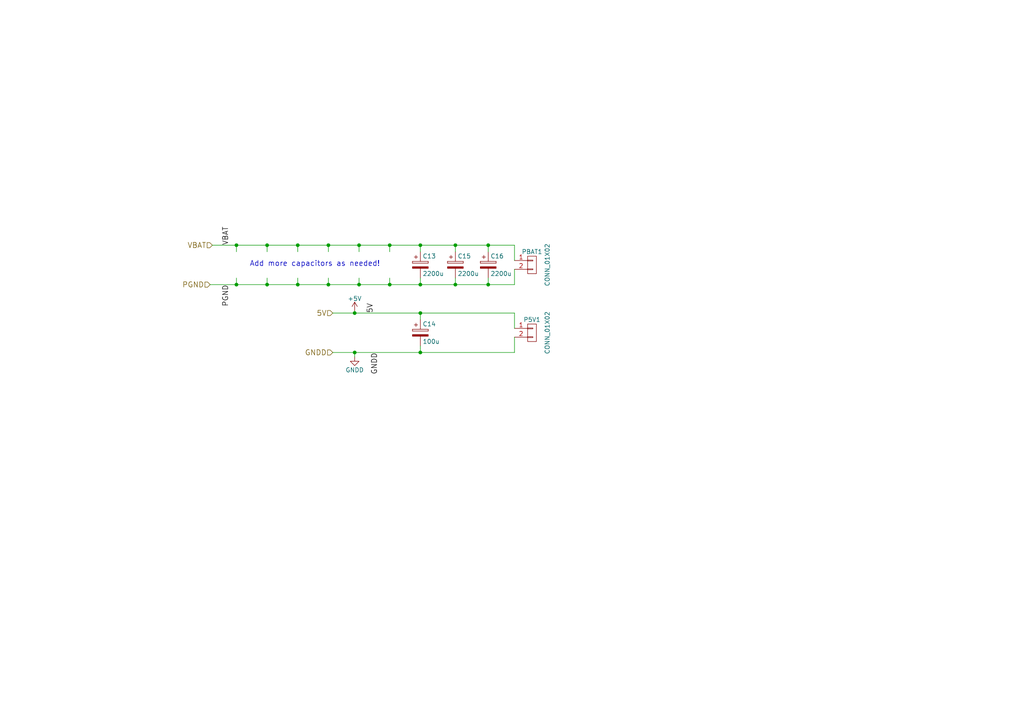
<source format=kicad_sch>
(kicad_sch (version 20230121) (generator eeschema)
  (paper "A4")
  (lib_symbols
    (symbol "VESC_Card_Backplane-rescue:+5V" (power) (pin_names (offset 0))
      (property "Value" "+5V" (at 0 3.556 0))
      (symbol "+5V_0_1"
        (polyline (pts (xy -0.762 1.27) (xy 0 2.54)))
        (polyline (pts (xy 0 0) (xy 0 2.54)))
        (polyline (pts (xy 0 2.54) (xy 0.762 1.27)))
      )
      (symbol "+5V_1_1"
        (pin power_in line (at 0 0 90) (length 0) hide (name "+5V") (number "1"))
      )
    )
    (symbol "VESC_Card_Backplane-rescue:CONN_01X02" (pin_names (offset 1.016) hide)
      (property "Reference" "P" (at 0 3.81 0))
      (property "Value" "CONN_01X02" (at 2.54 0 90))
      (symbol "CONN_01X02_0_1"
        (rectangle (start -1.27 -1.143) (end 0.254 -1.397))
        (rectangle (start -1.27 1.397) (end 0.254 1.143))
        (rectangle (start -1.27 2.54) (end 1.27 -2.54))
      )
      (symbol "CONN_01X02_1_1"
        (pin passive line (at -5.08 1.27 0) (length 3.81) (name "P1") (number "1"))
        (pin passive line (at -5.08 -1.27 0) (length 3.81) (name "P2") (number "2"))
      )
    )
    (symbol "VESC_Card_Backplane-rescue:CP" (pin_numbers hide) (pin_names (offset 0.254))
      (property "Reference" "C" (at 0.635 2.54 0))
      (property "Value" "CP" (at 0.635 -2.54 0))
      (symbol "CP_0_1"
        (rectangle (start -2.286 0.508) (end -2.286 1.016))
        (rectangle (start -2.286 0.508) (end 2.286 0.508))
        (polyline (pts (xy -1.778 2.286) (xy -0.762 2.286)))
        (polyline (pts (xy -1.27 2.794) (xy -1.27 1.778)))
        (rectangle (start 2.286 -0.508) (end -2.286 -1.016) (fill (type outline)))
        (rectangle (start 2.286 1.016) (end -2.286 1.016))
        (rectangle (start 2.286 1.016) (end 2.286 0.508))
      )
      (symbol "CP_1_1"
        (pin passive line (at 0 3.81 270) (length 2.794) (name "~") (number "1"))
        (pin passive line (at 0 -3.81 90) (length 2.794) (name "~") (number "2"))
      )
    )
    (symbol "VESC_Card_Backplane-rescue:GNDD" (power) (pin_names (offset 0))
      (property "Value" "GNDD" (at 0 -3.81 0))
      (symbol "GNDD_0_1"
        (polyline (pts (xy 0 0) (xy 0 -1.27) (xy 1.27 -1.27) (xy 0 -2.54) (xy -1.27 -1.27) (xy 0 -1.27)))
      )
      (symbol "GNDD_1_1"
        (pin power_in line (at 0 0 270) (length 0) hide (name "GNDD") (number "1"))
      )
    )
  )
  (junction (at 121.92 102.235))
  (junction (at 121.92 82.55))
  (junction (at 68.58 71.12))
  (junction (at 141.605 71.12))
  (junction (at 77.47 82.55))
  (junction (at 141.605 82.55))
  (junction (at 104.14 82.55))
  (junction (at 132.08 82.55))
  (junction (at 104.14 71.12))
  (junction (at 77.47 71.12))
  (junction (at 121.92 90.805))
  (junction (at 102.87 102.235))
  (junction (at 121.92 71.12))
  (junction (at 68.58 82.55))
  (junction (at 102.87 90.805))
  (junction (at 86.36 82.55))
  (junction (at 113.03 71.12))
  (junction (at 132.08 71.12))
  (junction (at 95.25 82.55))
  (junction (at 113.03 82.55))
  (junction (at 95.25 71.12))
  (junction (at 86.36 71.12))
  (wire (pts (xy 102.87 102.235) (xy 102.87 103.505)))
  (wire (pts (xy 121.92 90.805) (xy 149.225 90.805)))
  (wire (pts (xy 121.92 82.55) (xy 121.92 80.645)))
  (wire (pts (xy 102.87 90.805) (xy 121.92 90.805)))
  (wire (pts (xy 121.92 90.805) (xy 121.92 92.71)))
  (wire (pts (xy 68.58 73.025) (xy 68.58 71.12)))
  (wire (pts (xy 149.225 82.55) (xy 149.225 78.105)))
  (wire (pts (xy 77.47 73.025) (xy 77.47 71.12)))
  (wire (pts (xy 121.92 102.235) (xy 121.92 100.33)))
  (wire (pts (xy 113.03 80.645) (xy 113.03 82.55)))
  (wire (pts (xy 104.14 73.025) (xy 104.14 71.12)))
  (wire (pts (xy 102.87 90.17) (xy 102.87 90.805)))
  (wire (pts (xy 104.14 82.55) (xy 113.03 82.55)))
  (wire (pts (xy 149.225 102.235) (xy 149.225 97.79)))
  (wire (pts (xy 104.14 71.12) (xy 113.03 71.12)))
  (wire (pts (xy 121.92 71.12) (xy 121.92 73.025)))
  (wire (pts (xy 121.92 82.55) (xy 132.08 82.55)))
  (wire (pts (xy 68.58 71.12) (xy 77.47 71.12)))
  (wire (pts (xy 132.08 82.55) (xy 141.605 82.55)))
  (wire (pts (xy 86.36 73.025) (xy 86.36 71.12)))
  (wire (pts (xy 95.25 82.55) (xy 104.14 82.55)))
  (wire (pts (xy 96.52 90.805) (xy 102.87 90.805)))
  (wire (pts (xy 95.25 80.645) (xy 95.25 82.55)))
  (wire (pts (xy 68.58 82.55) (xy 77.47 82.55)))
  (wire (pts (xy 77.47 82.55) (xy 86.36 82.55)))
  (wire (pts (xy 86.36 71.12) (xy 95.25 71.12)))
  (wire (pts (xy 77.47 71.12) (xy 86.36 71.12)))
  (wire (pts (xy 141.605 71.12) (xy 141.605 73.025)))
  (wire (pts (xy 132.08 71.12) (xy 141.605 71.12)))
  (wire (pts (xy 141.605 80.645) (xy 141.605 82.55)))
  (wire (pts (xy 68.58 80.645) (xy 68.58 82.55)))
  (wire (pts (xy 77.47 80.645) (xy 77.47 82.55)))
  (wire (pts (xy 132.08 80.645) (xy 132.08 82.55)))
  (wire (pts (xy 149.225 71.12) (xy 149.225 75.565)))
  (wire (pts (xy 121.92 71.12) (xy 132.08 71.12)))
  (wire (pts (xy 149.225 90.805) (xy 149.225 95.25)))
  (wire (pts (xy 95.25 71.12) (xy 104.14 71.12)))
  (wire (pts (xy 60.96 82.55) (xy 68.58 82.55)))
  (wire (pts (xy 104.14 80.645) (xy 104.14 82.55)))
  (wire (pts (xy 113.03 71.12) (xy 121.92 71.12)))
  (wire (pts (xy 132.08 73.025) (xy 132.08 71.12)))
  (wire (pts (xy 141.605 71.12) (xy 149.225 71.12)))
  (wire (pts (xy 86.36 82.55) (xy 95.25 82.55)))
  (wire (pts (xy 141.605 82.55) (xy 149.225 82.55)))
  (wire (pts (xy 61.595 71.12) (xy 68.58 71.12)))
  (wire (pts (xy 113.03 82.55) (xy 121.92 82.55)))
  (wire (pts (xy 102.87 102.235) (xy 121.92 102.235)))
  (wire (pts (xy 86.36 80.645) (xy 86.36 82.55)))
  (wire (pts (xy 121.92 102.235) (xy 149.225 102.235)))
  (wire (pts (xy 95.25 73.025) (xy 95.25 71.12)))
  (wire (pts (xy 113.03 73.025) (xy 113.03 71.12)))
  (wire (pts (xy 96.52 102.235) (xy 102.87 102.235)))
  (text "Add more capacitors as needed!" (at 72.39 77.47 0) (effects (font (size 1.524 1.524)) (justify left bottom)))
  (label "PGND" (at 66.675 82.55 270) (effects (font (size 1.524 1.524))))
  (label "GNDD" (at 109.855 102.235 270) (effects (font (size 1.524 1.524))))
  (label "VBAT" (at 66.675 71.12 90) (effects (font (size 1.524 1.524))))
  (label "5V" (at 108.585 90.805 90) (effects (font (size 1.524 1.524))))
  (hierarchical_label "PGND" (shape input) (at 60.96 82.55 180) (effects (font (size 1.524 1.524))))
  (hierarchical_label "5V" (shape input) (at 96.52 90.805 180) (effects (font (size 1.524 1.524))))
  (hierarchical_label "VBAT" (shape input) (at 61.595 71.12 180) (effects (font (size 1.524 1.524))))
  (hierarchical_label "GNDD" (shape input) (at 96.52 102.235 180) (effects (font (size 1.524 1.524))))
  (symbol (lib_id "VESC_Card_Backplane-rescue:CP") (at 121.92 76.835 0) (unit 1)
    (property "Reference" "C13" (at 122.555 74.295 0) (effects (justify left)))
    (property "Value" "2200u" (at 122.555 79.375 0) (effects (justify left)))
    (property "Footprint" "Capacitors_THT:CP_Radial_D16.0mm_P7.50mm" (effects hide))
  )
  (symbol (lib_id "VESC_Card_Backplane-rescue:CONN_01X02") (at 154.305 76.835 0) (unit 1)
    (property "Reference" "PBAT1" (at 154.305 73.025 0))
    (property "Value" "CONN_01X02" (at 158.75 76.835 90))
    (property "Footprint" "USST-footprints:Phoenix_Contact_PLA5" (effects hide))
  )
  (symbol (lib_id "VESC_Card_Backplane-rescue:CP") (at 121.92 96.52 0) (unit 1)
    (property "Reference" "C14" (at 122.555 93.98 0) (effects (justify left)))
    (property "Value" "100u" (at 122.555 99.06 0) (effects (justify left)))
    (property "Footprint" "Capacitors_ThroughHole:CP_Radial_D8.0mm_P3.80mm" (effects hide))
  )
  (symbol (lib_id "VESC_Card_Backplane-rescue:CONN_01X02") (at 154.305 96.52 0) (unit 1)
    (property "Reference" "P5V1" (at 154.305 92.71 0))
    (property "Value" "CONN_01X02" (at 158.75 96.52 90))
    (property "Footprint" "USST-footprints:Molex_39531_1002" (effects hide))
  )
  (symbol (lib_id "VESC_Card_Backplane-rescue:CP") (at 132.08 76.835 0) (unit 1)
    (property "Reference" "C15" (at 132.715 74.295 0) (effects (justify left)))
    (property "Value" "2200u" (at 132.715 79.375 0) (effects (justify left)))
    (property "Footprint" "Capacitors_THT:CP_Radial_D16.0mm_P7.50mm" (effects hide))
  )
  (symbol (lib_id "VESC_Card_Backplane-rescue:CP") (at 141.605 76.835 0) (unit 1)
    (property "Reference" "C16" (at 142.24 74.295 0) (effects (justify left)))
    (property "Value" "2200u" (at 142.24 79.375 0) (effects (justify left)))
    (property "Footprint" "Capacitors_THT:CP_Radial_D16.0mm_P7.50mm" (effects hide))
  )
  (symbol (lib_id "VESC_Card_Backplane-rescue:+5V") (at 102.87 90.17 0) (unit 1)
    (property "Reference" "#PWR09" (effects hide))
    (property "Value" "+5V" (at 102.87 86.614 0))
  )
  (symbol (lib_id "VESC_Card_Backplane-rescue:GNDD") (at 102.87 103.505 0) (unit 1)
    (property "Reference" "#PWR010" (effects hide))
    (property "Value" "GNDD" (at 102.87 107.315 0))
  )
)
</source>
